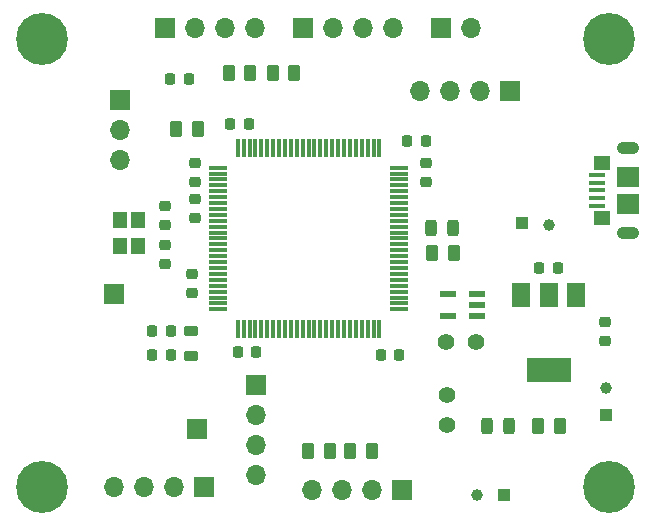
<source format=gbr>
%TF.GenerationSoftware,KiCad,Pcbnew,7.0.2*%
%TF.CreationDate,2024-09-03T13:40:22+05:30*%
%TF.ProjectId,EPS_ControlUnit,4550535f-436f-46e7-9472-6f6c556e6974,rev?*%
%TF.SameCoordinates,Original*%
%TF.FileFunction,Soldermask,Top*%
%TF.FilePolarity,Negative*%
%FSLAX46Y46*%
G04 Gerber Fmt 4.6, Leading zero omitted, Abs format (unit mm)*
G04 Created by KiCad (PCBNEW 7.0.2) date 2024-09-03 13:40:22*
%MOMM*%
%LPD*%
G01*
G04 APERTURE LIST*
G04 Aperture macros list*
%AMRoundRect*
0 Rectangle with rounded corners*
0 $1 Rounding radius*
0 $2 $3 $4 $5 $6 $7 $8 $9 X,Y pos of 4 corners*
0 Add a 4 corners polygon primitive as box body*
4,1,4,$2,$3,$4,$5,$6,$7,$8,$9,$2,$3,0*
0 Add four circle primitives for the rounded corners*
1,1,$1+$1,$2,$3*
1,1,$1+$1,$4,$5*
1,1,$1+$1,$6,$7*
1,1,$1+$1,$8,$9*
0 Add four rect primitives between the rounded corners*
20,1,$1+$1,$2,$3,$4,$5,0*
20,1,$1+$1,$4,$5,$6,$7,0*
20,1,$1+$1,$6,$7,$8,$9,0*
20,1,$1+$1,$8,$9,$2,$3,0*%
G04 Aperture macros list end*
%ADD10R,1.700000X1.700000*%
%ADD11RoundRect,0.075000X-0.725000X-0.075000X0.725000X-0.075000X0.725000X0.075000X-0.725000X0.075000X0*%
%ADD12RoundRect,0.075000X-0.075000X-0.725000X0.075000X-0.725000X0.075000X0.725000X-0.075000X0.725000X0*%
%ADD13RoundRect,0.225000X0.250000X-0.225000X0.250000X0.225000X-0.250000X0.225000X-0.250000X-0.225000X0*%
%ADD14RoundRect,0.250000X-0.262500X-0.450000X0.262500X-0.450000X0.262500X0.450000X-0.262500X0.450000X0*%
%ADD15R,1.400000X0.400000*%
%ADD16O,1.900000X1.050000*%
%ADD17R,1.450000X1.150000*%
%ADD18R,1.900000X1.750000*%
%ADD19RoundRect,0.225000X0.225000X0.250000X-0.225000X0.250000X-0.225000X-0.250000X0.225000X-0.250000X0*%
%ADD20C,1.000000*%
%ADD21R,1.500000X2.000000*%
%ADD22R,3.800000X2.000000*%
%ADD23O,1.700000X1.700000*%
%ADD24RoundRect,0.243750X0.243750X0.456250X-0.243750X0.456250X-0.243750X-0.456250X0.243750X-0.456250X0*%
%ADD25RoundRect,0.225000X-0.250000X0.225000X-0.250000X-0.225000X0.250000X-0.225000X0.250000X0.225000X0*%
%ADD26RoundRect,0.250000X0.262500X0.450000X-0.262500X0.450000X-0.262500X-0.450000X0.262500X-0.450000X0*%
%ADD27R,1.000000X1.000000*%
%ADD28RoundRect,0.225000X-0.225000X-0.250000X0.225000X-0.250000X0.225000X0.250000X-0.225000X0.250000X0*%
%ADD29C,4.400000*%
%ADD30C,1.400000*%
%ADD31RoundRect,0.218750X-0.381250X0.218750X-0.381250X-0.218750X0.381250X-0.218750X0.381250X0.218750X0*%
%ADD32R,1.200000X1.400000*%
%ADD33R,1.473200X0.558800*%
G04 APERTURE END LIST*
D10*
%TO.C,J10*%
X129540000Y-106680000D03*
%TD*%
%TO.C,J9*%
X122555000Y-95250000D03*
%TD*%
D11*
%TO.C,U1*%
X131329000Y-84552000D03*
X131329000Y-85052000D03*
X131329000Y-85552000D03*
X131329000Y-86052000D03*
X131329000Y-86552000D03*
X131329000Y-87052000D03*
X131329000Y-87552000D03*
X131329000Y-88052000D03*
X131329000Y-88552000D03*
X131329000Y-89052000D03*
X131329000Y-89552000D03*
X131329000Y-90052000D03*
X131329000Y-90552000D03*
X131329000Y-91052000D03*
X131329000Y-91552000D03*
X131329000Y-92052000D03*
X131329000Y-92552000D03*
X131329000Y-93052000D03*
X131329000Y-93552000D03*
X131329000Y-94052000D03*
X131329000Y-94552000D03*
X131329000Y-95052000D03*
X131329000Y-95552000D03*
X131329000Y-96052000D03*
X131329000Y-96552000D03*
D12*
X133004000Y-98227000D03*
X133504000Y-98227000D03*
X134004000Y-98227000D03*
X134504000Y-98227000D03*
X135004000Y-98227000D03*
X135504000Y-98227000D03*
X136004000Y-98227000D03*
X136504000Y-98227000D03*
X137004000Y-98227000D03*
X137504000Y-98227000D03*
X138004000Y-98227000D03*
X138504000Y-98227000D03*
X139004000Y-98227000D03*
X139504000Y-98227000D03*
X140004000Y-98227000D03*
X140504000Y-98227000D03*
X141004000Y-98227000D03*
X141504000Y-98227000D03*
X142004000Y-98227000D03*
X142504000Y-98227000D03*
X143004000Y-98227000D03*
X143504000Y-98227000D03*
X144004000Y-98227000D03*
X144504000Y-98227000D03*
X145004000Y-98227000D03*
D11*
X146679000Y-96552000D03*
X146679000Y-96052000D03*
X146679000Y-95552000D03*
X146679000Y-95052000D03*
X146679000Y-94552000D03*
X146679000Y-94052000D03*
X146679000Y-93552000D03*
X146679000Y-93052000D03*
X146679000Y-92552000D03*
X146679000Y-92052000D03*
X146679000Y-91552000D03*
X146679000Y-91052000D03*
X146679000Y-90552000D03*
X146679000Y-90052000D03*
X146679000Y-89552000D03*
X146679000Y-89052000D03*
X146679000Y-88552000D03*
X146679000Y-88052000D03*
X146679000Y-87552000D03*
X146679000Y-87052000D03*
X146679000Y-86552000D03*
X146679000Y-86052000D03*
X146679000Y-85552000D03*
X146679000Y-85052000D03*
X146679000Y-84552000D03*
D12*
X145004000Y-82877000D03*
X144504000Y-82877000D03*
X144004000Y-82877000D03*
X143504000Y-82877000D03*
X143004000Y-82877000D03*
X142504000Y-82877000D03*
X142004000Y-82877000D03*
X141504000Y-82877000D03*
X141004000Y-82877000D03*
X140504000Y-82877000D03*
X140004000Y-82877000D03*
X139504000Y-82877000D03*
X139004000Y-82877000D03*
X138504000Y-82877000D03*
X138004000Y-82877000D03*
X137504000Y-82877000D03*
X137004000Y-82877000D03*
X136504000Y-82877000D03*
X136004000Y-82877000D03*
X135504000Y-82877000D03*
X135004000Y-82877000D03*
X134504000Y-82877000D03*
X134004000Y-82877000D03*
X133504000Y-82877000D03*
X133004000Y-82877000D03*
%TD*%
D13*
%TO.C,C2*%
X126850000Y-89379000D03*
X126850000Y-87829000D03*
%TD*%
D14*
%TO.C,R5*%
X149491500Y-91822000D03*
X151316500Y-91822000D03*
%TD*%
D15*
%TO.C,J2*%
X163405000Y-87788000D03*
X163405000Y-87138000D03*
X163405000Y-86488000D03*
X163405000Y-85838000D03*
X163405000Y-85188000D03*
D16*
X166055000Y-90063000D03*
D17*
X163825000Y-88808000D03*
D18*
X166055000Y-87613000D03*
X166055000Y-85363000D03*
D17*
X163825000Y-84168000D03*
D16*
X166055000Y-82913000D03*
%TD*%
D19*
%TO.C,C7*%
X134572000Y-100204000D03*
X133022000Y-100204000D03*
%TD*%
D13*
%TO.C,C5*%
X129352000Y-88787000D03*
X129352000Y-87237000D03*
%TD*%
D19*
%TO.C,C9*%
X148923000Y-82297000D03*
X147373000Y-82297000D03*
%TD*%
D20*
%TO.C,3V3*%
X153228000Y-112269000D03*
%TD*%
D14*
%TO.C,R8*%
X142513000Y-108586000D03*
X144338000Y-108586000D03*
%TD*%
D21*
%TO.C,U2*%
X157024000Y-95378000D03*
D22*
X159324000Y-101678000D03*
D21*
X159324000Y-95378000D03*
X161624000Y-95378000D03*
%TD*%
D13*
%TO.C,C11*%
X148910000Y-85739000D03*
X148910000Y-84189000D03*
%TD*%
D10*
%TO.C,J8*%
X134559000Y-102998000D03*
D23*
X134559000Y-105538000D03*
X134559000Y-108078000D03*
X134559000Y-110618000D03*
%TD*%
D14*
%TO.C,R1*%
X127804500Y-81281000D03*
X129629500Y-81281000D03*
%TD*%
%TO.C,R2*%
X158460000Y-106427000D03*
X160285000Y-106427000D03*
%TD*%
D19*
%TO.C,C1*%
X128857000Y-77090000D03*
X127307000Y-77090000D03*
%TD*%
D24*
%TO.C,D1*%
X155992000Y-106427000D03*
X154117000Y-106427000D03*
%TD*%
D25*
%TO.C,C6*%
X126850000Y-91131000D03*
X126850000Y-92681000D03*
%TD*%
D26*
%TO.C,R7*%
X140805500Y-108586000D03*
X138980500Y-108586000D03*
%TD*%
D10*
%TO.C,J4*%
X138496000Y-72772000D03*
D23*
X141036000Y-72772000D03*
X143576000Y-72772000D03*
X146116000Y-72772000D03*
%TD*%
D25*
%TO.C,C4*%
X129352000Y-84189000D03*
X129352000Y-85739000D03*
%TD*%
D19*
%TO.C,C8*%
X146650000Y-100458000D03*
X145100000Y-100458000D03*
%TD*%
D10*
%TO.C,J6*%
X130114000Y-111634000D03*
D23*
X127574000Y-111634000D03*
X125034000Y-111634000D03*
X122494000Y-111634000D03*
%TD*%
D27*
%TO.C,TP2*%
X157038000Y-89282000D03*
%TD*%
D20*
%TO.C,TP1*%
X159324000Y-89409000D03*
%TD*%
D14*
%TO.C,R3*%
X135956000Y-76582000D03*
X137781000Y-76582000D03*
%TD*%
D10*
%TO.C,J7*%
X150200000Y-72747000D03*
D23*
X152740000Y-72747000D03*
%TD*%
D28*
%TO.C,C10*%
X132387000Y-80900000D03*
X133937000Y-80900000D03*
%TD*%
D26*
%TO.C,R4*%
X134074500Y-76582000D03*
X132249500Y-76582000D03*
%TD*%
D10*
%TO.C,J1*%
X156022000Y-78106000D03*
D23*
X153482000Y-78106000D03*
X150942000Y-78106000D03*
X148402000Y-78106000D03*
%TD*%
D29*
%TO.C,H2*%
X164398000Y-73634000D03*
%TD*%
D10*
%TO.C,J5*%
X146878000Y-111888000D03*
D23*
X144338000Y-111888000D03*
X141798000Y-111888000D03*
X139258000Y-111888000D03*
%TD*%
D13*
%TO.C,C12*%
X129098000Y-93587000D03*
X129098000Y-95137000D03*
%TD*%
D10*
%TO.C,J3*%
X126812000Y-72747000D03*
D23*
X129352000Y-72747000D03*
X131892000Y-72747000D03*
X134432000Y-72747000D03*
%TD*%
D13*
%TO.C,C16*%
X164136000Y-99201000D03*
X164136000Y-97651000D03*
%TD*%
D19*
%TO.C,C13*%
X127320000Y-98426000D03*
X125770000Y-98426000D03*
%TD*%
D20*
%TO.C,3V3*%
X164150000Y-103252000D03*
%TD*%
D10*
%TO.C,SW1*%
X123002000Y-78868000D03*
D23*
X123002000Y-81408000D03*
X123002000Y-83948000D03*
%TD*%
D19*
%TO.C,C14*%
X127333000Y-100458000D03*
X125783000Y-100458000D03*
%TD*%
D29*
%TO.C,H4*%
X116398000Y-111634000D03*
%TD*%
D27*
%TO.C,GND*%
X164150000Y-105538000D03*
%TD*%
D30*
%TO.C,WD_EN*%
X153208000Y-99319998D03*
X150668000Y-99319998D03*
%TD*%
D28*
%TO.C,C15*%
X158535000Y-93092000D03*
X160085000Y-93092000D03*
%TD*%
D31*
%TO.C,120R1*%
X129072000Y-98379500D03*
X129072000Y-100504500D03*
%TD*%
D29*
%TO.C,H3*%
X164398000Y-111634000D03*
%TD*%
D27*
%TO.C,GND*%
X155514000Y-112269000D03*
%TD*%
D24*
%TO.C,D2*%
X151244500Y-89663000D03*
X149369500Y-89663000D03*
%TD*%
D29*
%TO.C,H1*%
X116398000Y-73634000D03*
%TD*%
D32*
%TO.C,Y1*%
X123002000Y-89028000D03*
X123002000Y-91228000D03*
X124602000Y-91228000D03*
X124602000Y-89028000D03*
%TD*%
D33*
%TO.C,U3*%
X153228000Y-97156000D03*
X153228000Y-96205999D03*
X153228000Y-95255998D03*
X150840400Y-95255998D03*
X150840400Y-97156000D03*
%TD*%
D30*
%TO.C,LDO_EN*%
X150688000Y-103780000D03*
X150688000Y-106320000D03*
%TD*%
M02*

</source>
